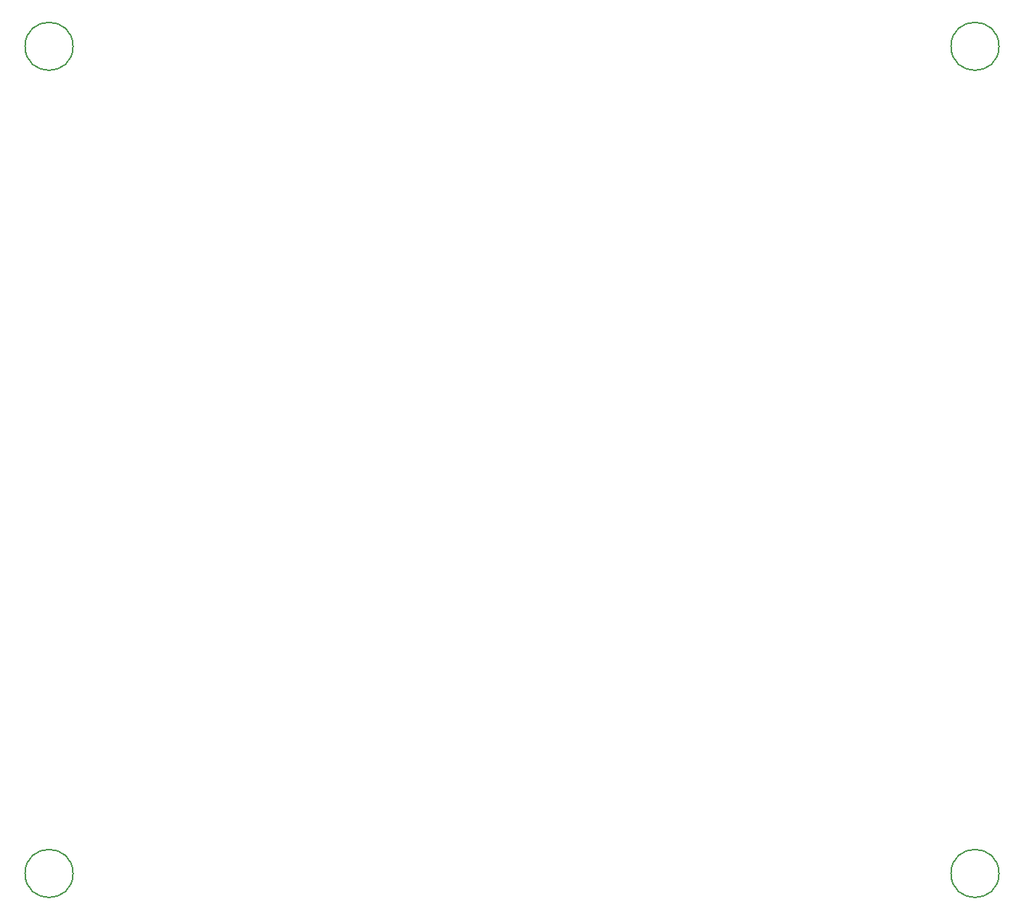
<source format=gbr>
%TF.GenerationSoftware,KiCad,Pcbnew,7.0.7*%
%TF.CreationDate,2024-01-27T11:11:08-08:00*%
%TF.ProjectId,KASM_PCB_REV1,4b41534d-5f50-4434-925f-524556312e6b,rev?*%
%TF.SameCoordinates,Original*%
%TF.FileFunction,Other,Comment*%
%FSLAX46Y46*%
G04 Gerber Fmt 4.6, Leading zero omitted, Abs format (unit mm)*
G04 Created by KiCad (PCBNEW 7.0.7) date 2024-01-27 11:11:08*
%MOMM*%
%LPD*%
G01*
G04 APERTURE LIST*
%ADD10C,0.150000*%
G04 APERTURE END LIST*
D10*
%TO.C,H2*%
X71380000Y-146050000D02*
G75*
G03*
X71380000Y-146050000I-2800000J0D01*
G01*
%TO.C,H4*%
X179330000Y-146050000D02*
G75*
G03*
X179330000Y-146050000I-2800000J0D01*
G01*
%TO.C,H1*%
X71380000Y-49530000D02*
G75*
G03*
X71380000Y-49530000I-2800000J0D01*
G01*
%TO.C,H3*%
X179330000Y-49530000D02*
G75*
G03*
X179330000Y-49530000I-2800000J0D01*
G01*
%TD*%
M02*

</source>
